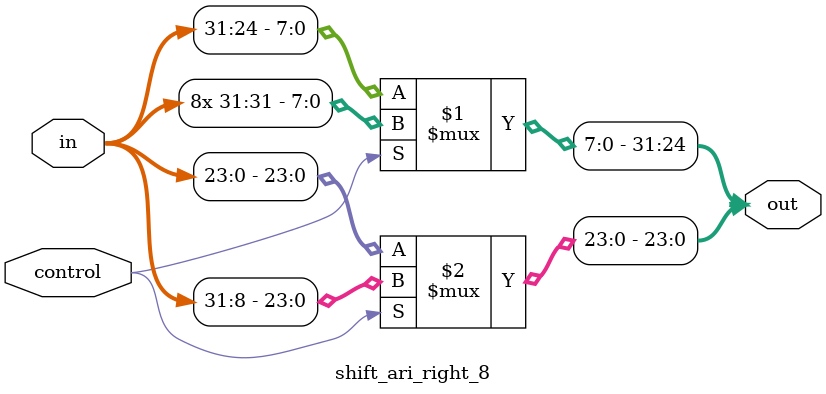
<source format=v>
module shift_ari_right_8(out, in, control);
    input [31:0] in;
    input control;
    output [31:0] out;

    assign out[31:24] = control ? {8{in[31]}} : in[31:24];
    assign out[23:0] = control ? in[31:8] : in[23:0];
endmodule
</source>
